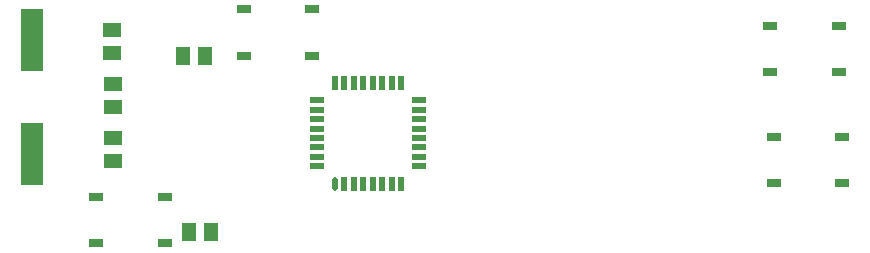
<source format=gbr>
G04 EAGLE Gerber RS-274X export*
G75*
%MOMM*%
%FSLAX34Y34*%
%LPD*%
%INSolderpaste Top*%
%IPPOS*%
%AMOC8*
5,1,8,0,0,1.08239X$1,22.5*%
G01*
%ADD10C,0.550000*%
%ADD11R,0.550000X1.270000*%
%ADD12R,1.270000X0.550000*%
%ADD13R,1.500000X1.300000*%
%ADD14R,1.930400X5.334000*%
%ADD15R,1.300000X1.500000*%
%ADD16R,1.270000X0.635000*%


D10*
X433000Y334074D02*
X433000Y341274D01*
D11*
X441000Y337674D03*
X449000Y337674D03*
X457000Y337674D03*
X465000Y337674D03*
X473000Y337674D03*
X481000Y337674D03*
X489000Y337674D03*
D12*
X503926Y352600D03*
X503926Y360600D03*
X503926Y368600D03*
X503926Y376600D03*
X503926Y384600D03*
X503926Y392600D03*
X503926Y400600D03*
X503926Y408600D03*
D11*
X489000Y423526D03*
X481000Y423526D03*
X473000Y423526D03*
X465000Y423526D03*
X457000Y423526D03*
X449000Y423526D03*
X441000Y423526D03*
X433000Y423526D03*
D12*
X418074Y408600D03*
X418074Y400600D03*
X418074Y392600D03*
X418074Y384600D03*
X418074Y376600D03*
X418074Y368600D03*
X418074Y360600D03*
X418074Y352600D03*
D13*
X245000Y421900D03*
X245000Y402900D03*
X245000Y376400D03*
X245000Y357400D03*
X244600Y467600D03*
X244600Y448600D03*
D14*
X176700Y459460D03*
X176700Y362940D03*
D15*
X323400Y446400D03*
X304400Y446400D03*
D16*
X859500Y432600D03*
X859500Y471600D03*
X801500Y471600D03*
X801500Y432600D03*
X804700Y377600D03*
X804700Y338600D03*
X862700Y338600D03*
X862700Y377600D03*
X355800Y485400D03*
X355800Y446400D03*
X413800Y446400D03*
X413800Y485400D03*
X289000Y287500D03*
X289000Y326500D03*
X231000Y326500D03*
X231000Y287500D03*
D15*
X309500Y297000D03*
X328500Y297000D03*
M02*

</source>
